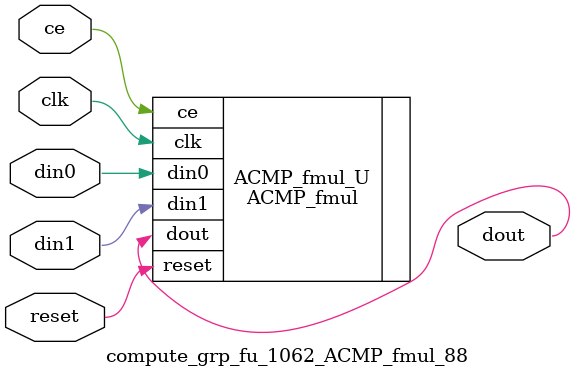
<source format=v>

`timescale 1 ns / 1 ps
module compute_grp_fu_1062_ACMP_fmul_88(
    clk,
    reset,
    ce,
    din0,
    din1,
    dout);

parameter ID = 32'd1;
parameter NUM_STAGE = 32'd1;
parameter din0_WIDTH = 32'd1;
parameter din1_WIDTH = 32'd1;
parameter dout_WIDTH = 32'd1;
input clk;
input reset;
input ce;
input[din0_WIDTH - 1:0] din0;
input[din1_WIDTH - 1:0] din1;
output[dout_WIDTH - 1:0] dout;



ACMP_fmul #(
.ID( ID ),
.NUM_STAGE( 4 ),
.din0_WIDTH( din0_WIDTH ),
.din1_WIDTH( din1_WIDTH ),
.dout_WIDTH( dout_WIDTH ))
ACMP_fmul_U(
    .clk( clk ),
    .reset( reset ),
    .ce( ce ),
    .din0( din0 ),
    .din1( din1 ),
    .dout( dout ));

endmodule

</source>
